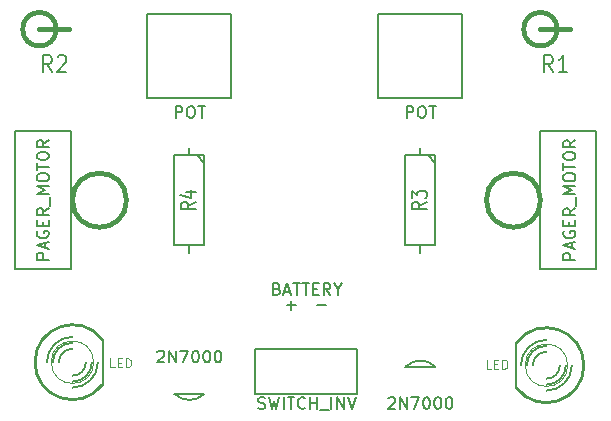
<source format=gto>
G04 (created by PCBNEW (22-Jun-2014 BZR 4027)-stable) date Tue 12 Jul 2016 21:22:19 BST*
%MOIN*%
G04 Gerber Fmt 3.4, Leading zero omitted, Abs format*
%FSLAX34Y34*%
G01*
G70*
G90*
G04 APERTURE LIST*
%ADD10C,0.00590551*%
%ADD11C,0.015*%
%ADD12C,0.005*%
%ADD13C,0.008*%
%ADD14C,0.003*%
%ADD15C,0.01*%
%ADD16C,0.006*%
%ADD17C,0.0035*%
G04 APERTURE END LIST*
G54D10*
G54D11*
X116900Y-69500D02*
X117900Y-69500D01*
X117459Y-69500D02*
G75*
G03X117459Y-69500I-559J0D01*
G74*
G01*
X100200Y-69500D02*
X101200Y-69500D01*
X100759Y-69500D02*
G75*
G03X100759Y-69500I-559J0D01*
G74*
G01*
G54D10*
X107400Y-80150D02*
X110800Y-80150D01*
X110800Y-80150D02*
X110800Y-81650D01*
X110800Y-81650D02*
X107400Y-81650D01*
X107400Y-81650D02*
X107400Y-80150D01*
G54D11*
X103100Y-75200D02*
G75*
G03X103100Y-75200I-900J0D01*
G74*
G01*
X116900Y-75200D02*
G75*
G03X116900Y-75200I-900J0D01*
G74*
G01*
G54D12*
X105450Y-73700D02*
X104700Y-73700D01*
X104700Y-73700D02*
X104700Y-76700D01*
X104700Y-76700D02*
X105700Y-76700D01*
X105700Y-76700D02*
X105700Y-73700D01*
X105700Y-73700D02*
X105450Y-73700D01*
X105200Y-73450D02*
X105200Y-73700D01*
X105200Y-76700D02*
X105200Y-76950D01*
X105450Y-73700D02*
X105700Y-73950D01*
X113150Y-73700D02*
X112400Y-73700D01*
X112400Y-73700D02*
X112400Y-76700D01*
X112400Y-76700D02*
X113400Y-76700D01*
X113400Y-76700D02*
X113400Y-73700D01*
X113400Y-73700D02*
X113150Y-73700D01*
X112900Y-73450D02*
X112900Y-73700D01*
X112900Y-76700D02*
X112900Y-76950D01*
X113150Y-73700D02*
X113400Y-73950D01*
G54D13*
X102320Y-81350D02*
X102320Y-79850D01*
G54D14*
X102007Y-80600D02*
G75*
G03X102007Y-80600I-707J0D01*
G74*
G01*
G54D15*
X102299Y-79849D02*
G75*
G03X102299Y-81350I-999J-750D01*
G74*
G01*
G54D16*
X101300Y-80150D02*
G75*
G03X100850Y-80600I0J-450D01*
G74*
G01*
X101300Y-81050D02*
G75*
G03X101750Y-80600I0J450D01*
G74*
G01*
X101300Y-79950D02*
G75*
G03X100650Y-80600I0J-650D01*
G74*
G01*
X101300Y-81250D02*
G75*
G03X101950Y-80600I0J650D01*
G74*
G01*
X101300Y-79750D02*
G75*
G03X100450Y-80600I0J-850D01*
G74*
G01*
X101300Y-81450D02*
G75*
G03X102150Y-80600I0J850D01*
G74*
G01*
G54D13*
X116080Y-79950D02*
X116080Y-81450D01*
G54D14*
X117807Y-80700D02*
G75*
G03X117807Y-80700I-707J0D01*
G74*
G01*
G54D15*
X116100Y-81450D02*
G75*
G03X116100Y-79949I999J750D01*
G74*
G01*
G54D16*
X117100Y-81150D02*
G75*
G03X117550Y-80700I0J450D01*
G74*
G01*
X117100Y-80250D02*
G75*
G03X116650Y-80700I0J-450D01*
G74*
G01*
X117100Y-81350D02*
G75*
G03X117750Y-80700I0J650D01*
G74*
G01*
X117100Y-80050D02*
G75*
G03X116450Y-80700I0J-650D01*
G74*
G01*
X117100Y-81550D02*
G75*
G03X117950Y-80700I0J850D01*
G74*
G01*
X117100Y-79850D02*
G75*
G03X116250Y-80700I0J-850D01*
G74*
G01*
G54D10*
X116900Y-72900D02*
X118750Y-72900D01*
X118750Y-72900D02*
X118750Y-77500D01*
X118750Y-77500D02*
X116900Y-77500D01*
X116900Y-77500D02*
X116900Y-72900D01*
X99400Y-72900D02*
X101250Y-72900D01*
X101250Y-72900D02*
X101250Y-77500D01*
X101250Y-77500D02*
X99400Y-77500D01*
X99400Y-77500D02*
X99400Y-72900D01*
X112400Y-80750D02*
X113400Y-80750D01*
X113400Y-80750D02*
G75*
G03X112400Y-80750I-500J-500D01*
G74*
G01*
X105700Y-81650D02*
X104700Y-81650D01*
X104700Y-81650D02*
G75*
G03X105700Y-81650I500J500D01*
G74*
G01*
X111500Y-69000D02*
X111500Y-71800D01*
X114300Y-69000D02*
X114300Y-71800D01*
X114300Y-71800D02*
X111500Y-71800D01*
X111500Y-69000D02*
X114300Y-69000D01*
X103800Y-69000D02*
X103800Y-71800D01*
X106600Y-69000D02*
X106600Y-71800D01*
X106600Y-71800D02*
X103800Y-71800D01*
X103800Y-69000D02*
X106600Y-69000D01*
G54D13*
X117316Y-70922D02*
X117150Y-70660D01*
X117030Y-70922D02*
X117030Y-70372D01*
X117221Y-70372D01*
X117269Y-70398D01*
X117292Y-70425D01*
X117316Y-70477D01*
X117316Y-70555D01*
X117292Y-70608D01*
X117269Y-70634D01*
X117221Y-70660D01*
X117030Y-70660D01*
X117792Y-70922D02*
X117507Y-70922D01*
X117650Y-70922D02*
X117650Y-70372D01*
X117602Y-70451D01*
X117554Y-70503D01*
X117507Y-70529D01*
X100616Y-70922D02*
X100450Y-70660D01*
X100330Y-70922D02*
X100330Y-70372D01*
X100521Y-70372D01*
X100569Y-70398D01*
X100592Y-70425D01*
X100616Y-70477D01*
X100616Y-70555D01*
X100592Y-70608D01*
X100569Y-70634D01*
X100521Y-70660D01*
X100330Y-70660D01*
X100807Y-70425D02*
X100830Y-70398D01*
X100878Y-70372D01*
X100997Y-70372D01*
X101045Y-70398D01*
X101069Y-70425D01*
X101092Y-70477D01*
X101092Y-70529D01*
X101069Y-70608D01*
X100783Y-70922D01*
X101092Y-70922D01*
G54D10*
X107497Y-82140D02*
X107553Y-82159D01*
X107647Y-82159D01*
X107684Y-82140D01*
X107703Y-82121D01*
X107722Y-82084D01*
X107722Y-82046D01*
X107703Y-82009D01*
X107684Y-81990D01*
X107647Y-81971D01*
X107572Y-81953D01*
X107534Y-81934D01*
X107515Y-81915D01*
X107497Y-81878D01*
X107497Y-81840D01*
X107515Y-81803D01*
X107534Y-81784D01*
X107572Y-81765D01*
X107665Y-81765D01*
X107722Y-81784D01*
X107853Y-81765D02*
X107947Y-82159D01*
X108022Y-81878D01*
X108097Y-82159D01*
X108190Y-81765D01*
X108340Y-82159D02*
X108340Y-81765D01*
X108471Y-81765D02*
X108696Y-81765D01*
X108584Y-82159D02*
X108584Y-81765D01*
X109053Y-82121D02*
X109034Y-82140D01*
X108978Y-82159D01*
X108940Y-82159D01*
X108884Y-82140D01*
X108846Y-82103D01*
X108828Y-82065D01*
X108809Y-81990D01*
X108809Y-81934D01*
X108828Y-81859D01*
X108846Y-81821D01*
X108884Y-81784D01*
X108940Y-81765D01*
X108978Y-81765D01*
X109034Y-81784D01*
X109053Y-81803D01*
X109221Y-82159D02*
X109221Y-81765D01*
X109221Y-81953D02*
X109446Y-81953D01*
X109446Y-82159D02*
X109446Y-81765D01*
X109540Y-82196D02*
X109840Y-82196D01*
X109934Y-82159D02*
X109934Y-81765D01*
X110121Y-82159D02*
X110121Y-81765D01*
X110346Y-82159D01*
X110346Y-81765D01*
X110477Y-81765D02*
X110609Y-82159D01*
X110740Y-81765D01*
X108115Y-78153D02*
X108171Y-78171D01*
X108190Y-78190D01*
X108209Y-78228D01*
X108209Y-78284D01*
X108190Y-78321D01*
X108171Y-78340D01*
X108134Y-78359D01*
X107984Y-78359D01*
X107984Y-77965D01*
X108115Y-77965D01*
X108153Y-77984D01*
X108171Y-78003D01*
X108190Y-78040D01*
X108190Y-78078D01*
X108171Y-78115D01*
X108153Y-78134D01*
X108115Y-78153D01*
X107984Y-78153D01*
X108359Y-78246D02*
X108546Y-78246D01*
X108321Y-78359D02*
X108453Y-77965D01*
X108584Y-78359D01*
X108659Y-77965D02*
X108884Y-77965D01*
X108771Y-78359D02*
X108771Y-77965D01*
X108959Y-77965D02*
X109184Y-77965D01*
X109071Y-78359D02*
X109071Y-77965D01*
X109315Y-78153D02*
X109446Y-78153D01*
X109503Y-78359D02*
X109315Y-78359D01*
X109315Y-77965D01*
X109503Y-77965D01*
X109896Y-78359D02*
X109765Y-78171D01*
X109671Y-78359D02*
X109671Y-77965D01*
X109821Y-77965D01*
X109859Y-77984D01*
X109878Y-78003D01*
X109896Y-78040D01*
X109896Y-78096D01*
X109878Y-78134D01*
X109859Y-78153D01*
X109821Y-78171D01*
X109671Y-78171D01*
X110140Y-78171D02*
X110140Y-78359D01*
X110009Y-77965D02*
X110140Y-78171D01*
X110271Y-77965D01*
X109450Y-78709D02*
X109749Y-78709D01*
X108450Y-78709D02*
X108749Y-78709D01*
X108600Y-78859D02*
X108600Y-78559D01*
G54D16*
X105402Y-75266D02*
X105164Y-75399D01*
X105402Y-75495D02*
X104902Y-75495D01*
X104902Y-75342D01*
X104926Y-75304D01*
X104950Y-75285D01*
X104997Y-75266D01*
X105069Y-75266D01*
X105116Y-75285D01*
X105140Y-75304D01*
X105164Y-75342D01*
X105164Y-75495D01*
X105069Y-74923D02*
X105402Y-74923D01*
X104878Y-75019D02*
X105235Y-75114D01*
X105235Y-74866D01*
X113102Y-75266D02*
X112864Y-75399D01*
X113102Y-75495D02*
X112602Y-75495D01*
X112602Y-75342D01*
X112626Y-75304D01*
X112650Y-75285D01*
X112697Y-75266D01*
X112769Y-75266D01*
X112816Y-75285D01*
X112840Y-75304D01*
X112864Y-75342D01*
X112864Y-75495D01*
X112602Y-75133D02*
X112602Y-74885D01*
X112792Y-75019D01*
X112792Y-74961D01*
X112816Y-74923D01*
X112840Y-74904D01*
X112888Y-74885D01*
X113007Y-74885D01*
X113054Y-74904D01*
X113078Y-74923D01*
X113102Y-74961D01*
X113102Y-75076D01*
X113078Y-75114D01*
X113054Y-75133D01*
G54D17*
X102707Y-80771D02*
X102564Y-80771D01*
X102564Y-80471D01*
X102807Y-80614D02*
X102907Y-80614D01*
X102950Y-80771D02*
X102807Y-80771D01*
X102807Y-80471D01*
X102950Y-80471D01*
X103078Y-80771D02*
X103078Y-80471D01*
X103150Y-80471D01*
X103192Y-80485D01*
X103221Y-80514D01*
X103235Y-80542D01*
X103250Y-80600D01*
X103250Y-80642D01*
X103235Y-80700D01*
X103221Y-80728D01*
X103192Y-80757D01*
X103150Y-80771D01*
X103078Y-80771D01*
X115257Y-80821D02*
X115114Y-80821D01*
X115114Y-80521D01*
X115357Y-80664D02*
X115457Y-80664D01*
X115500Y-80821D02*
X115357Y-80821D01*
X115357Y-80521D01*
X115500Y-80521D01*
X115628Y-80821D02*
X115628Y-80521D01*
X115700Y-80521D01*
X115742Y-80535D01*
X115771Y-80564D01*
X115785Y-80592D01*
X115800Y-80650D01*
X115800Y-80692D01*
X115785Y-80750D01*
X115771Y-80778D01*
X115742Y-80807D01*
X115700Y-80821D01*
X115628Y-80821D01*
G54D10*
X118059Y-77177D02*
X117665Y-77177D01*
X117665Y-77027D01*
X117684Y-76990D01*
X117703Y-76971D01*
X117740Y-76952D01*
X117796Y-76952D01*
X117834Y-76971D01*
X117853Y-76990D01*
X117871Y-77027D01*
X117871Y-77177D01*
X117946Y-76802D02*
X117946Y-76615D01*
X118059Y-76840D02*
X117665Y-76709D01*
X118059Y-76577D01*
X117684Y-76240D02*
X117665Y-76277D01*
X117665Y-76334D01*
X117684Y-76390D01*
X117721Y-76427D01*
X117759Y-76446D01*
X117834Y-76465D01*
X117890Y-76465D01*
X117965Y-76446D01*
X118003Y-76427D01*
X118040Y-76390D01*
X118059Y-76334D01*
X118059Y-76296D01*
X118040Y-76240D01*
X118021Y-76221D01*
X117890Y-76221D01*
X117890Y-76296D01*
X117853Y-76053D02*
X117853Y-75921D01*
X118059Y-75865D02*
X118059Y-76053D01*
X117665Y-76053D01*
X117665Y-75865D01*
X118059Y-75471D02*
X117871Y-75603D01*
X118059Y-75696D02*
X117665Y-75696D01*
X117665Y-75546D01*
X117684Y-75509D01*
X117703Y-75490D01*
X117740Y-75471D01*
X117796Y-75471D01*
X117834Y-75490D01*
X117853Y-75509D01*
X117871Y-75546D01*
X117871Y-75696D01*
X118096Y-75396D02*
X118096Y-75096D01*
X118059Y-75003D02*
X117665Y-75003D01*
X117946Y-74871D01*
X117665Y-74740D01*
X118059Y-74740D01*
X117665Y-74478D02*
X117665Y-74403D01*
X117684Y-74365D01*
X117721Y-74328D01*
X117796Y-74309D01*
X117928Y-74309D01*
X118003Y-74328D01*
X118040Y-74365D01*
X118059Y-74403D01*
X118059Y-74478D01*
X118040Y-74515D01*
X118003Y-74553D01*
X117928Y-74571D01*
X117796Y-74571D01*
X117721Y-74553D01*
X117684Y-74515D01*
X117665Y-74478D01*
X117665Y-74197D02*
X117665Y-73972D01*
X118059Y-74084D02*
X117665Y-74084D01*
X117665Y-73765D02*
X117665Y-73690D01*
X117684Y-73653D01*
X117721Y-73615D01*
X117796Y-73597D01*
X117928Y-73597D01*
X118003Y-73615D01*
X118040Y-73653D01*
X118059Y-73690D01*
X118059Y-73765D01*
X118040Y-73803D01*
X118003Y-73840D01*
X117928Y-73859D01*
X117796Y-73859D01*
X117721Y-73840D01*
X117684Y-73803D01*
X117665Y-73765D01*
X118059Y-73203D02*
X117871Y-73334D01*
X118059Y-73428D02*
X117665Y-73428D01*
X117665Y-73278D01*
X117684Y-73240D01*
X117703Y-73222D01*
X117740Y-73203D01*
X117796Y-73203D01*
X117834Y-73222D01*
X117853Y-73240D01*
X117871Y-73278D01*
X117871Y-73428D01*
X100509Y-77177D02*
X100115Y-77177D01*
X100115Y-77027D01*
X100134Y-76990D01*
X100153Y-76971D01*
X100190Y-76952D01*
X100246Y-76952D01*
X100284Y-76971D01*
X100303Y-76990D01*
X100321Y-77027D01*
X100321Y-77177D01*
X100396Y-76802D02*
X100396Y-76615D01*
X100509Y-76840D02*
X100115Y-76709D01*
X100509Y-76577D01*
X100134Y-76240D02*
X100115Y-76277D01*
X100115Y-76334D01*
X100134Y-76390D01*
X100171Y-76427D01*
X100209Y-76446D01*
X100284Y-76465D01*
X100340Y-76465D01*
X100415Y-76446D01*
X100453Y-76427D01*
X100490Y-76390D01*
X100509Y-76334D01*
X100509Y-76296D01*
X100490Y-76240D01*
X100471Y-76221D01*
X100340Y-76221D01*
X100340Y-76296D01*
X100303Y-76053D02*
X100303Y-75921D01*
X100509Y-75865D02*
X100509Y-76053D01*
X100115Y-76053D01*
X100115Y-75865D01*
X100509Y-75471D02*
X100321Y-75603D01*
X100509Y-75696D02*
X100115Y-75696D01*
X100115Y-75546D01*
X100134Y-75509D01*
X100153Y-75490D01*
X100190Y-75471D01*
X100246Y-75471D01*
X100284Y-75490D01*
X100303Y-75509D01*
X100321Y-75546D01*
X100321Y-75696D01*
X100546Y-75396D02*
X100546Y-75096D01*
X100509Y-75003D02*
X100115Y-75003D01*
X100396Y-74871D01*
X100115Y-74740D01*
X100509Y-74740D01*
X100115Y-74478D02*
X100115Y-74403D01*
X100134Y-74365D01*
X100171Y-74328D01*
X100246Y-74309D01*
X100378Y-74309D01*
X100453Y-74328D01*
X100490Y-74365D01*
X100509Y-74403D01*
X100509Y-74478D01*
X100490Y-74515D01*
X100453Y-74553D01*
X100378Y-74571D01*
X100246Y-74571D01*
X100171Y-74553D01*
X100134Y-74515D01*
X100115Y-74478D01*
X100115Y-74197D02*
X100115Y-73972D01*
X100509Y-74084D02*
X100115Y-74084D01*
X100115Y-73765D02*
X100115Y-73690D01*
X100134Y-73653D01*
X100171Y-73615D01*
X100246Y-73597D01*
X100378Y-73597D01*
X100453Y-73615D01*
X100490Y-73653D01*
X100509Y-73690D01*
X100509Y-73765D01*
X100490Y-73803D01*
X100453Y-73840D01*
X100378Y-73859D01*
X100246Y-73859D01*
X100171Y-73840D01*
X100134Y-73803D01*
X100115Y-73765D01*
X100509Y-73203D02*
X100321Y-73334D01*
X100509Y-73428D02*
X100115Y-73428D01*
X100115Y-73278D01*
X100134Y-73240D01*
X100153Y-73222D01*
X100190Y-73203D01*
X100246Y-73203D01*
X100284Y-73222D01*
X100303Y-73240D01*
X100321Y-73278D01*
X100321Y-73428D01*
X111831Y-81803D02*
X111850Y-81784D01*
X111887Y-81765D01*
X111981Y-81765D01*
X112018Y-81784D01*
X112037Y-81803D01*
X112056Y-81840D01*
X112056Y-81878D01*
X112037Y-81934D01*
X111812Y-82159D01*
X112056Y-82159D01*
X112225Y-82159D02*
X112225Y-81765D01*
X112450Y-82159D01*
X112450Y-81765D01*
X112600Y-81765D02*
X112862Y-81765D01*
X112693Y-82159D01*
X113087Y-81765D02*
X113124Y-81765D01*
X113162Y-81784D01*
X113181Y-81803D01*
X113199Y-81840D01*
X113218Y-81915D01*
X113218Y-82009D01*
X113199Y-82084D01*
X113181Y-82121D01*
X113162Y-82140D01*
X113124Y-82159D01*
X113087Y-82159D01*
X113049Y-82140D01*
X113031Y-82121D01*
X113012Y-82084D01*
X112993Y-82009D01*
X112993Y-81915D01*
X113012Y-81840D01*
X113031Y-81803D01*
X113049Y-81784D01*
X113087Y-81765D01*
X113462Y-81765D02*
X113499Y-81765D01*
X113537Y-81784D01*
X113556Y-81803D01*
X113574Y-81840D01*
X113593Y-81915D01*
X113593Y-82009D01*
X113574Y-82084D01*
X113556Y-82121D01*
X113537Y-82140D01*
X113499Y-82159D01*
X113462Y-82159D01*
X113424Y-82140D01*
X113406Y-82121D01*
X113387Y-82084D01*
X113368Y-82009D01*
X113368Y-81915D01*
X113387Y-81840D01*
X113406Y-81803D01*
X113424Y-81784D01*
X113462Y-81765D01*
X113837Y-81765D02*
X113874Y-81765D01*
X113912Y-81784D01*
X113931Y-81803D01*
X113949Y-81840D01*
X113968Y-81915D01*
X113968Y-82009D01*
X113949Y-82084D01*
X113931Y-82121D01*
X113912Y-82140D01*
X113874Y-82159D01*
X113837Y-82159D01*
X113799Y-82140D01*
X113781Y-82121D01*
X113762Y-82084D01*
X113743Y-82009D01*
X113743Y-81915D01*
X113762Y-81840D01*
X113781Y-81803D01*
X113799Y-81784D01*
X113837Y-81765D01*
X104131Y-80253D02*
X104150Y-80234D01*
X104187Y-80215D01*
X104281Y-80215D01*
X104318Y-80234D01*
X104337Y-80253D01*
X104356Y-80290D01*
X104356Y-80328D01*
X104337Y-80384D01*
X104112Y-80609D01*
X104356Y-80609D01*
X104525Y-80609D02*
X104525Y-80215D01*
X104750Y-80609D01*
X104750Y-80215D01*
X104900Y-80215D02*
X105162Y-80215D01*
X104993Y-80609D01*
X105387Y-80215D02*
X105424Y-80215D01*
X105462Y-80234D01*
X105481Y-80253D01*
X105499Y-80290D01*
X105518Y-80365D01*
X105518Y-80459D01*
X105499Y-80534D01*
X105481Y-80571D01*
X105462Y-80590D01*
X105424Y-80609D01*
X105387Y-80609D01*
X105349Y-80590D01*
X105331Y-80571D01*
X105312Y-80534D01*
X105293Y-80459D01*
X105293Y-80365D01*
X105312Y-80290D01*
X105331Y-80253D01*
X105349Y-80234D01*
X105387Y-80215D01*
X105762Y-80215D02*
X105799Y-80215D01*
X105837Y-80234D01*
X105856Y-80253D01*
X105874Y-80290D01*
X105893Y-80365D01*
X105893Y-80459D01*
X105874Y-80534D01*
X105856Y-80571D01*
X105837Y-80590D01*
X105799Y-80609D01*
X105762Y-80609D01*
X105724Y-80590D01*
X105706Y-80571D01*
X105687Y-80534D01*
X105668Y-80459D01*
X105668Y-80365D01*
X105687Y-80290D01*
X105706Y-80253D01*
X105724Y-80234D01*
X105762Y-80215D01*
X106137Y-80215D02*
X106174Y-80215D01*
X106212Y-80234D01*
X106231Y-80253D01*
X106249Y-80290D01*
X106268Y-80365D01*
X106268Y-80459D01*
X106249Y-80534D01*
X106231Y-80571D01*
X106212Y-80590D01*
X106174Y-80609D01*
X106137Y-80609D01*
X106099Y-80590D01*
X106081Y-80571D01*
X106062Y-80534D01*
X106043Y-80459D01*
X106043Y-80365D01*
X106062Y-80290D01*
X106081Y-80253D01*
X106099Y-80234D01*
X106137Y-80215D01*
X112440Y-72459D02*
X112440Y-72065D01*
X112590Y-72065D01*
X112628Y-72084D01*
X112646Y-72103D01*
X112665Y-72140D01*
X112665Y-72196D01*
X112646Y-72234D01*
X112628Y-72253D01*
X112590Y-72271D01*
X112440Y-72271D01*
X112909Y-72065D02*
X112984Y-72065D01*
X113021Y-72084D01*
X113059Y-72121D01*
X113078Y-72196D01*
X113078Y-72328D01*
X113059Y-72403D01*
X113021Y-72440D01*
X112984Y-72459D01*
X112909Y-72459D01*
X112871Y-72440D01*
X112834Y-72403D01*
X112815Y-72328D01*
X112815Y-72196D01*
X112834Y-72121D01*
X112871Y-72084D01*
X112909Y-72065D01*
X113190Y-72065D02*
X113415Y-72065D01*
X113303Y-72459D02*
X113303Y-72065D01*
X104740Y-72459D02*
X104740Y-72065D01*
X104890Y-72065D01*
X104928Y-72084D01*
X104946Y-72103D01*
X104965Y-72140D01*
X104965Y-72196D01*
X104946Y-72234D01*
X104928Y-72253D01*
X104890Y-72271D01*
X104740Y-72271D01*
X105209Y-72065D02*
X105284Y-72065D01*
X105321Y-72084D01*
X105359Y-72121D01*
X105378Y-72196D01*
X105378Y-72328D01*
X105359Y-72403D01*
X105321Y-72440D01*
X105284Y-72459D01*
X105209Y-72459D01*
X105171Y-72440D01*
X105134Y-72403D01*
X105115Y-72328D01*
X105115Y-72196D01*
X105134Y-72121D01*
X105171Y-72084D01*
X105209Y-72065D01*
X105490Y-72065D02*
X105715Y-72065D01*
X105603Y-72459D02*
X105603Y-72065D01*
M02*

</source>
